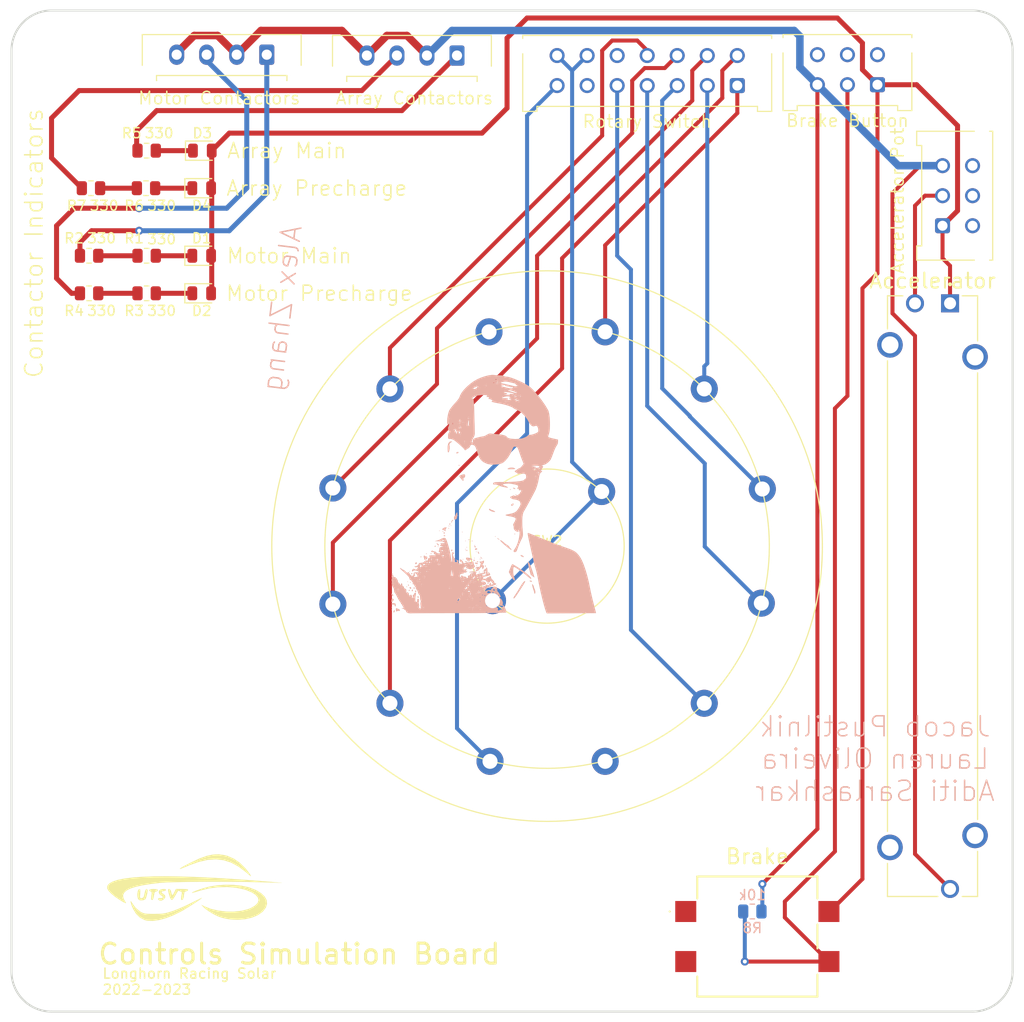
<source format=kicad_pcb>
(kicad_pcb (version 20211014) (generator pcbnew)
  (layers (0 "F.Cu" signal) (31 "B.Cu" signal) (34 "B.Paste" user) (35 "F.Paste" user) (36 "B.SilkS" user "B.Silkscreen") (37 "F.SilkS" user "F.Silkscreen") (38 "B.Mask" user) (39 "F.Mask" user) (44 "Edge.Cuts" user))
  (net 0 "")
  (net 1 "GND")
  (net 6 "/M_D_Mn1")
  (net 7 "/M_D_Pre1")
  (net 8 "/A_D_Mn1")
  (net 9 "/A_D_Pre1")
  (net 10 "+3V3")
  (net 11 "/Acc_Pot_Vo")
  (net 12 "/M_D_Mn2")
  (net 13 "/M_D_Pre2")
  (net 14 "/A_D_Mn2")
  (net 15 "/A_D_Pre2")
  (net 16 "/Rot1")
  (net 17 "/Rot2")
  (net 18 "/Rot3")
  (net 19 "/Rot4")
  (net 20 "/Rot5")
  (net 21 "/Rot7")
  (net 22 "/Rot8")
  (net 23 "/Rot9")
  (net 24 "/Rot10")
  (net 25 "/Rot11")
  (net 26 "/RotV+")
  (net 30 "/M_D_Mn3")
  (net 31 "/Brk_Signal")
  (net 37 "/M_D_Pre3")
  (net 38 "/A_D_Pre3")
  (footprint "Resistor_SMD:R_0805_2012Metric" (layer "F.Cu") (at 113.4375 67.75 180)
    (fp_text reference "R6" (at 1.1875 -1.75) (layer "F.SilkS"))
    (fp_text value "330" (at -1.5625 -1.75) (layer "F.SilkS"))
    (pad "1" smd roundrect (at -0.9125 0 180) (size 1.025 1.4) (layers "F.Cu" "F.Paste" "F.Mask") (roundrect_rratio 0.243902439) (net 9 "/A_D_Pre1"))
    (pad "2" smd roundrect (at 0.9125 0 180) (size 1.025 1.4) (layers "F.Cu" "F.Paste" "F.Mask") (roundrect_rratio 0.243902439) (net 15 "/A_D_Pre2"))
  )
  (footprint "MountingHole:MountingHole_3.2mm_M3" (layer "F.Cu") (at 104 54)
    (fp_text reference "H4")
    (fp_text value "MountingHole")
    (pad "" np_thru_hole circle (at 0 0) (size 3.2 3.2) (drill 3.2) (layers *.Cu *.Mask))
  )
  (footprint "MountingHole:MountingHole_3.2mm_M3" (layer "F.Cu") (at 196 54)
    (fp_text reference "H2")
    (fp_text value "MountingHole")
    (pad "" np_thru_hole circle (at 0 0) (size 3.2 3.2) (drill 3.2) (layers *.Cu *.Mask))
  )
  (footprint "Resistor_SMD:R_0805_2012Metric" (layer "F.Cu") (at 113.5 78.25)
    (fp_text reference "R3" (at -1.25 1.75) (layer "F.SilkS"))
    (fp_text value "330" (at 1.5 1.75) (layer "F.SilkS"))
    (pad "1" smd roundrect (at -0.9125 0) (size 1.025 1.4) (layers "F.Cu" "F.Paste" "F.Mask") (roundrect_rratio 0.243902439) (net 13 "/M_D_Pre2"))
    (pad "2" smd roundrect (at 0.9125 0) (size 1.025 1.4) (layers "F.Cu" "F.Paste" "F.Mask") (roundrect_rratio 0.243902439) (net 7 "/M_D_Pre1"))
  )
  (footprint "LED_SMD:LED_0805_2012Metric" (layer "F.Cu") (at 119 67.75)
    (fp_text reference "D4" (at 0 1.75) (layer "F.SilkS"))
    (fp_text value "Arr_Cntctr_PreChg" hide)
    (pad "1" smd roundrect (at -0.9375 0) (size 0.975 1.4) (layers "F.Cu" "F.Paste" "F.Mask") (net 9 "/A_D_Pre1"))
    (pad "2" smd roundrect (at 0.9375 0) (size 0.975 1.4) (layers "F.Cu" "F.Paste" "F.Mask") (net 10 "+3V3"))
  )
  (footprint "Resistor_SMD:R_0805_2012Metric" (layer "F.Cu") (at 107.75 78.25)
    (fp_text reference "R4" (at -1.5 1.75) (layer "F.SilkS"))
    (fp_text value "330" (at 1.25 1.75) (layer "F.SilkS"))
    (pad "1" smd roundrect (at -0.9125 0) (size 1.025 1.4) (layers "F.Cu" "F.Paste" "F.Mask") (roundrect_rratio 0.243902439) (net 37 "/M_D_Pre3"))
    (pad "2" smd roundrect (at 0.9125 0) (size 1.025 1.4) (layers "F.Cu" "F.Paste" "F.Mask") (roundrect_rratio 0.243902439) (net 13 "/M_D_Pre2"))
  )
  (footprint "Connector_Molex:Molex_Micro-Fit_3.0_43045-1412_2x07_P3.00mm_Vertical" (layer "F.Cu") (at 172.5 57.5 180)
    (fp_text reference "J7")
    (fp_text value "Rotary Switch" (at 9 -3.585) (layer "F.SilkS") (effects (font (size 1.25 1.25))))
    (pad "" np_thru_hole circle (at -3 3.94 180) (size 1 1) (drill 1) (layers *.Cu *.Mask))
    (pad "" np_thru_hole circle (at 21 3.94 180) (size 1 1) (drill 1) (layers *.Cu *.Mask))
    (pad "1" thru_hole roundrect (at 0 0 180) (size 1.5 1.5) (drill 1) (layers *.Cu *.Mask) (roundrect_rratio 0.1666673333) (net 16 "/Rot1"))
    (pad "2" thru_hole circle (at 3 0 180) (size 1.5 1.5) (drill 1) (layers *.Cu *.Mask) (net 17 "/Rot2"))
    (pad "3" thru_hole circle (at 6 0 180) (size 1.5 1.5) (drill 1) (layers *.Cu *.Mask) (net 18 "/Rot3"))
    (pad "4" thru_hole circle (at 9 0 180) (size 1.5 1.5) (drill 1) (layers *.Cu *.Mask) (net 19 "/Rot4"))
    (pad "5" thru_hole circle (at 12 0 180) (size 1.5 1.5) (drill 1) (layers *.Cu *.Mask) (net 20 "/Rot5"))
    (pad "6" thru_hole circle (at 15 0 180) (size 1.5 1.5) (drill 1) (layers *.Cu *.Mask))
    (pad "7" thru_hole circle (at 18 0 180) (size 1.5 1.5) (drill 1) (layers *.Cu *.Mask) (net 21 "/Rot7"))
    (pad "8" thru_hole circle (at 0 3 180) (size 1.5 1.5) (drill 1) (layers *.Cu *.Mask) (net 22 "/Rot8"))
    (pad "9" thru_hole circle (at 3 3 180) (size 1.5 1.5) (drill 1) (layers *.Cu *.Mask) (net 23 "/Rot9"))
    (pad "10" thru_hole circle (at 6 3 180) (size 1.5 1.5) (drill 1) (layers *.Cu *.Mask) (net 24 "/Rot10"))
    (pad "11" thru_hole circle (at 9 3 180) (size 1.5 1.5) (drill 1) (layers *.Cu *.Mask) (net 25 "/Rot11"))
    (pad "12" thru_hole circle (at 12 3 180) (size 1.5 1.5) (drill 1) (layers *.Cu *.Mask))
    (pad "13" thru_hole circle (at 15 3 180) (size 1.5 1.5) (drill 1) (layers *.Cu *.Mask) (net 26 "/RotV+"))
    (pad "14" thru_hole circle (at 18 3 180) (size 1.5 1.5) (drill 1) (layers *.Cu *.Mask) (net 26 "/RotV+"))
  )
  (footprint "Connector_Molex:Molex_Micro-Fit_3.0_43650-0415_1x04_P3.00mm_Vertical" (layer "F.Cu") (at 144.5 54.5 180)
    (fp_text reference "J6")
    (fp_text value "Array Contactors" (at 4.25 -4.25) (layer "F.SilkS") (effects (font (size 1.25 1.25))))
    (pad "" np_thru_hole circle (at 12 -1.96 180) (size 1.27 1.27) (drill 1.27) (layers *.Cu *.Mask))
    (pad "" np_thru_hole circle (at -3 -1.96 180) (size 1.27 1.27) (drill 1.27) (layers *.Cu *.Mask))
    (pad "1" thru_hole roundrect (at 0 0 180) (size 1.5 2.02) (drill 1.02) (layers *.Cu *.Mask) (roundrect_rratio 0.1666673333) (net 14 "/A_D_Mn2"))
    (pad "2" thru_hole oval (at 3 0 180) (size 1.5 2.02) (drill 1.02) (layers *.Cu *.Mask) (net 1 "GND"))
    (pad "3" thru_hole oval (at 6 0 180) (size 1.5 2.02) (drill 1.02) (layers *.Cu *.Mask) (net 38 "/A_D_Pre3"))
    (pad "4" thru_hole oval (at 9 0 180) (size 1.5 2.02) (drill 1.02) (layers *.Cu *.Mask) (net 1 "GND"))
  )
  (footprint "LED_SMD:LED_0805_2012Metric" (layer "F.Cu") (at 119 78.25)
    (fp_text reference "D2" (at 0 1.75) (layer "F.SilkS"))
    (fp_text value "M_Cntctr_PreChg" hide)
    (pad "1" smd roundrect (at -0.9375 0) (size 0.975 1.4) (layers "F.Cu" "F.Paste" "F.Mask") (net 7 "/M_D_Pre1"))
    (pad "2" smd roundrect (at 0.9375 0) (size 0.975 1.4) (layers "F.Cu" "F.Paste" "F.Mask") (net 10 "+3V3"))
  )
  (footprint "Resistor_SMD:R_0805_2012Metric" (layer "F.Cu") (at 107.75 74.5 180)
    (fp_text reference "R2" (at 1.5 1.75) (layer "F.SilkS"))
    (fp_text value "330" (at -1.25 1.75) (layer "F.SilkS"))
    (pad "1" smd roundrect (at -0.9125 0 180) (size 1.025 1.4) (layers "F.Cu" "F.Paste" "F.Mask") (roundrect_rratio 0.243902439) (net 12 "/M_D_Mn2"))
    (pad "2" smd roundrect (at 0.9125 0 180) (size 1.025 1.4) (layers "F.Cu" "F.Paste" "F.Mask") (roundrect_rratio 0.243902439) (net 30 "/M_D_Mn3"))
  )
  (footprint "Footprints:PTA4543" (layer "F.Cu") (at 192 108.5 -90)
    (fp_text reference "RV1")
    (fp_text value "Accelerator" (at -31.5 0 180) (layer "F.SilkS") (effects (font (size 1.5 1.5) (thickness 0.2))))
    (pad "1" thru_hole rect locked (at -29.25 -1.75 270) (size 1.8 1.8) (drill 1.2) (layers *.Cu *.Mask) (net 10 "+3V3"))
    (pad "2" thru_hole circle locked (at -29.25 1.75 270) (size 1.8 1.8) (drill 1.2) (layers *.Cu *.Mask) (net 11 "/Acc_Pot_Vo"))
    (pad "3" thru_hole circle locked (at 29.25 -1.75 270) (size 1.8 1.8) (drill 1.2) (layers *.Cu *.Mask) (net 1 "GND"))
    (pad "S1" thru_hole circle locked (at -23.9 -4.25 270) (size 2.55 2.55) (drill 1.7) (layers *.Cu *.Mask))
    (pad "S2" thru_hole circle locked (at -25.1 4.25 270) (size 2.55 2.55) (drill 1.7) (layers *.Cu *.Mask))
    (pad "S3" thru_hole circle locked (at 23.9 -4.25 270) (size 2.55 2.55) (drill 1.7) (layers *.Cu *.Mask))
    (pad "S4" thru_hole circle locked (at 25.1 4.25 270) (size 2.55 2.55) (drill 1.7) (layers *.Cu *.Mask))
  )
  (footprint "LED_SMD:LED_0805_2012Metric" (layer "F.Cu") (at 119.0625 64)
    (fp_text reference "D3" (at 0 -1.75) (layer "F.SilkS"))
    (fp_text value "Arr_Cntctr_Main" hide)
    (pad "1" smd roundrect (at -0.9375 0) (size 0.975 1.4) (layers "F.Cu" "F.Paste" "F.Mask") (net 8 "/A_D_Mn1"))
    (pad "2" smd roundrect (at 0.9375 0) (size 0.975 1.4) (layers "F.Cu" "F.Paste" "F.Mask") (net 10 "+3V3"))
  )
  (footprint "LED_SMD:LED_0805_2012Metric" (layer "F.Cu") (at 119 74.5)
    (fp_text reference "D1" (at 0 -1.75) (layer "F.SilkS"))
    (fp_text value "M_Cntctr_Main" hide)
    (pad "1" smd roundrect (at -0.9375 0) (size 0.975 1.4) (layers "F.Cu" "F.Paste" "F.Mask") (net 6 "/M_D_Mn1"))
    (pad "2" smd roundrect (at 0.9375 0) (size 0.975 1.4) (layers "F.Cu" "F.Paste" "F.Mask") (net 10 "+3V3"))
  )
  (footprint "Resistor_SMD:R_0805_2012Metric" (layer "F.Cu") (at 107.9375 67.75 180)
    (fp_text reference "R7" (at 1.4375 -1.75) (layer "F.SilkS"))
    (fp_text value "330" (at -1.3125 -1.75) (layer "F.SilkS"))
    (pad "1" smd roundrect (at -0.9125 0 180) (size 1.025 1.4) (layers "F.Cu" "F.Paste" "F.Mask") (roundrect_rratio 0.243902439) (net 15 "/A_D_Pre2"))
    (pad "2" smd roundrect (at 0.9125 0 180) (size 1.025 1.4) (layers "F.Cu" "F.Paste" "F.Mask") (roundrect_rratio 0.243902439) (net 38 "/A_D_Pre3"))
  )
  (footprint "MountingHole:MountingHole_3.2mm_M3" (layer "F.Cu") (at 196 146)
    (fp_text reference "H3")
    (fp_text value "MountingHole")
    (pad "" np_thru_hole circle (at 0 0) (size 3.2 3.2) (drill 3.2) (layers *.Cu *.Mask))
  )
  (footprint "Footprints:TS16121295BK260SMTTR" (layer "F.Cu") (at 174.5 142.5)
    (fp_text reference "S1" hide)
    (fp_text value "Brake" (at 0 -8) (layer "F.SilkS") (effects (font (size 1.5 1.5) (thickness 0.2))))
    (pad "1" smd rect locked (at -7.15 -2.5 90) (size 2.1 2.1) (layers "F.Cu" "F.Paste" "F.Mask"))
    (pad "2" smd rect locked (at 7.15 -2.5 90) (size 2.1 2.1) (layers "F.Cu" "F.Paste" "F.Mask") (net 10 "+3V3"))
    (pad "3" smd rect locked (at -7.15 2.5 90) (size 2.1 2.1) (layers "F.Cu" "F.Paste" "F.Mask"))
    (pad "4" smd rect locked (at 7.15 2.5 90) (size 2.1 2.1) (layers "F.Cu" "F.Paste" "F.Mask") (net 31 "/Brk_Signal"))
  )
  (footprint "Connector_Molex:Molex_Micro-Fit_3.0_43045-0612_2x03_P3.00mm_Vertical" (layer "F.Cu") (at 186.5 57.415 180)
    (fp_text reference "J3")
    (fp_text value "Brake Button" (at 3 -3.585) (layer "F.SilkS") (effects (font (size 1.25 1.25))))
    (pad "" np_thru_hole circle (at 9 3.94 180) (size 1 1) (drill 1) (layers *.Cu *.Mask))
    (pad "" np_thru_hole circle (at -3 3.94 180) (size 1 1) (drill 1) (layers *.Cu *.Mask))
    (pad "1" thru_hole roundrect (at 0 0 180) (size 1.5 1.5) (drill 1) (layers *.Cu *.Mask) (roundrect_rratio 0.1666673333) (net 10 "+3V3"))
    (pad "2" thru_hole circle (at 3 0 180) (size 1.5 1.5) (drill 1) (layers *.Cu *.Mask) (net 31 "/Brk_Signal"))
    (pad "3" thru_hole circle (at 6 0 180) (size 1.5 1.5) (drill 1) (layers *.Cu *.Mask) (net 1 "GND"))
    (pad "4" thru_hole circle (at 0 3 180) (size 1.5 1.5) (drill 1) (layers *.Cu *.Mask))
    (pad "5" thru_hole circle (at 3 3 180) (size 1.5 1.5) (drill 1) (layers *.Cu *.Mask))
    (pad "6" thru_hole circle (at 6 3 180) (size 1.5 1.5) (drill 1) (layers *.Cu *.Mask))
  )
  (footprint "Footprints:CK1035" (layer "F.Cu") (at 153.5 103.5 180)
    (fp_text reference "SW2" (at 0 0.5) (layer "F.SilkS"))
    (fp_text value "SW_Rotary2x6")
    (pad "1" thru_hole circle (at -5.8 21.4 180) (size 2.7 2.7) (drill 1.5) (layers *.Cu *.Mask) (net 16 "/Rot1"))
    (pad "2" thru_hole circle (at -15.7 15.7 180) (size 2.7 2.7) (drill 1.5) (layers *.Cu *.Mask) (net 17 "/Rot2"))
    (pad "3" thru_hole circle (at -21.5 5.7 180) (size 2.7 2.7) (drill 1.5) (layers *.Cu *.Mask) (net 18 "/Rot3"))
    (pad "4" thru_hole circle (at -21.4 -5.7 180) (size 2.7 2.7) (drill 1.5) (layers *.Cu *.Mask) (net 19 "/Rot4"))
    (pad "5" thru_hole circle (at -15.7 -15.7 180) (size 2.7 2.7) (drill 1.5) (layers *.Cu *.Mask) (net 20 "/Rot5"))
    (pad "6" thru_hole circle (at -5.8 -21.5 180) (size 2.7 2.7) (drill 1.5) (layers *.Cu *.Mask))
    (pad "7" thru_hole circle (at 5.7 -21.5 180) (size 2.7 2.7) (drill 1.5) (layers *.Cu *.Mask) (net 21 "/Rot7"))
    (pad "8" thru_hole circle (at 15.7 -15.7 180) (size 2.7 2.7) (drill 1.5) (layers *.Cu *.Mask) (net 22 "/Rot8"))
    (pad "9" thru_hole circle (at 21.4 -5.8 180) (size 2.7 2.7) (drill 1.5) (layers *.Cu *.Mask) (net 23 "/Rot9"))
    (pad "10" thru_hole circle (at 21.4 5.8 180) (size 2.7 2.7) (drill 1.5) (layers *.Cu *.Mask) (net 24 "/Rot10"))
    (pad "11" thru_hole circle (at 15.7 15.7 180) (size 2.7 2.7) (drill 1.5) (layers *.Cu *.Mask) (net 25 "/Rot11"))
    (pad "12" thru_hole circle (at 5.8 21.4 180) (size 2.7 2.7) (drill 1.5) (layers *.Cu *.Mask))
    (pad "13" thru_hole circle (at -5.45 5.45 180) (size 2.7 2.7) (drill 1.5) (layers *.Cu *.Mask) (net 26 "/RotV+"))
    (pad "14" thru_hole circle (at 5.45 -5.45 180) (size 2.7 2.7) (drill 1.5) (layers *.Cu *.Mask) (net 26 "/RotV+"))
  )
  (footprint "MountingHole:MountingHole_3.2mm_M3" (layer "F.Cu") (at 104 146)
    (fp_text reference "H1")
    (fp_text value "MountingHole")
    (pad "" np_thru_hole circle (at 0 0) (size 3.2 3.2) (drill 3.2) (layers *.Cu *.Mask))
  )
  (footprint "Connector_Molex:Molex_Micro-Fit_3.0_43045-0612_2x03_P3.00mm_Vertical" (layer "F.Cu") (at 193 71.5 90)
    (fp_text reference "J2")
    (fp_text value "Accelerator Pot" (at 2.5 -4.5 90) (layer "F.SilkS") (effects (font (size 1.25 1.25))))
    (pad "" np_thru_hole circle (at 9 3.94 90) (size 1 1) (drill 1) (layers *.Cu *.Mask))
    (pad "" np_thru_hole circle (at -3 3.94 90) (size 1 1) (drill 1) (layers *.Cu *.Mask))
    (pad "1" thru_hole roundrect (at 0 0 90) (size 1.5 1.5) (drill 1) (layers *.Cu *.Mask) (roundrect_rratio 0.1666673333) (net 10 "+3V3"))
    (pad "2" thru_hole circle (at 3 0 90) (size 1.5 1.5) (drill 1) (layers *.Cu *.Mask) (net 11 "/Acc_Pot_Vo"))
    (pad "3" thru_hole circle (at 6 0 90) (size 1.5 1.5) (drill 1) (layers *.Cu *.Mask) (net 1 "GND"))
    (pad "4" thru_hole circle (at 0 3 90) (size 1.5 1.5) (drill 1) (layers *.Cu *.Mask))
    (pad "5" thru_hole circle (at 3 3 90) (size 1.5 1.5) (drill 1) (layers *.Cu *.Mask))
    (pad "6" thru_hole circle (at 6 3 90) (size 1.5 1.5) (drill 1) (layers *.Cu *.Mask))
  )
  (footprint "UTSVT_Special:UTSVT_Logo_Symbol" (layer "F.Cu") (at 118 137.75)
    (fp_text reference "LOGO2" hide)
    (fp_text value "UTSVT Logo" hide)
  )
  (footprint "Resistor_SMD:R_0805_2012Metric" (layer "F.Cu") (at 113.5 74.5 180)
    (fp_text reference "R1" (at 1.25 1.75) (layer "F.SilkS"))
    (fp_text value "330" (at -1.5 1.65) (layer "F.SilkS"))
    (pad "1" smd roundrect (at -0.9125 0 180) (size 1.025 1.4) (layers "F.Cu" "F.Paste" "F.Mask") (roundrect_rratio 0.243902439) (net 6 "/M_D_Mn1"))
    (pad "2" smd roundrect (at 0.9125 0 180) (size 1.025 1.4) (layers "F.Cu" "F.Paste" "F.Mask") (roundrect_rratio 0.243902439) (net 12 "/M_D_Mn2"))
  )
  (footprint "Connector_Molex:Molex_Micro-Fit_3.0_43650-0415_1x04_P3.00mm_Vertical" (layer "F.Cu") (at 125.5 54.415 180)
    (fp_text reference "J5")
    (fp_text value "Motor Contactors" (at 4.75 -4.335) (layer "F.SilkS") (effects (font (size 1.25 1.25))))
    (pad "" np_thru_hole circle (at 12 -1.96 180) (size 1.27 1.27) (drill 1.27) (layers *.Cu *.Mask))
    (pad "" np_thru_hole circle (at -3 -1.96 180) (size 1.27 1.27) (drill 1.27) (layers *.Cu *.Mask))
    (pad "1" thru_hole roundrect (at 0 0 180) (size 1.5 2.02) (drill 1.02) (layers *.Cu *.Mask) (roundrect_rratio 0.1666673333) (net 30 "/M_D_Mn3"))
    (pad "2" thru_hole oval (at 3 0 180) (size 1.5 2.02) (drill 1.02) (layers *.Cu *.Mask) (net 1 "GND"))
    (pad "3" thru_hole oval (at 6 0 180) (size 1.5 2.02) (drill 1.02) (layers *.Cu *.Mask) (net 37 "/M_D_Pre3"))
    (pad "4" thru_hole oval (at 9 0 180) (size 1.5 2.02) (drill 1.02) (layers *.Cu *.Mask) (net 1 "GND"))
  )
  (footprint "Resistor_SMD:R_0805_2012Metric" (layer "F.Cu") (at 113.5 64 180)
    (fp_text reference "R5" (at 1.5 1.75) (layer "F.SilkS"))
    (fp_text value "330" (at -1.25 1.75) (layer "F.SilkS"))
    (pad "1" smd roundrect (at -0.9125 0 180) (size 1.025 1.4) (layers "F.Cu" "F.Paste" "F.Mask") (roundrect_rratio 0.243902439) (net 8 "/A_D_Mn1"))
    (pad "2" smd roundrect (at 0.9125 0 180) (size 1.025 1.4) (layers "F.Cu" "F.Paste" "F.Mask") (roundrect_rratio 0.243902439) (net 14 "/A_D_Mn2"))
  )
  (footprint "Resistor_SMD:R_0805_2012Metric" (layer "B.Cu") (at 174 140)
    (fp_text reference "R8" (at 0 1.65) (layer "B.SilkS") (effects (justify mirror)))
    (fp_text value "10k" (at 0 -1.65) (layer "B.SilkS") (effects (justify mirror)))
    (pad "1" smd roundrect (at -0.9125 0) (size 1.025 1.4) (layers "B.Cu" "B.Paste" "B.Mask") (roundrect_rratio 0.243902439) (net 31 "/Brk_Signal"))
    (pad "2" smd roundrect (at 0.9125 0) (size 1.025 1.4) (layers "B.Cu" "B.Paste" "B.Mask") (roundrect_rratio 0.243902439) (net 1 "GND"))
  )
  (footprint "UTSVT_Special:Hallock_Image_Small" (layer "B.Cu") (at 149 98 180)
    (fp_text reference "LOGO1" hide)
    (fp_text value "Hallock" hide)
  )
  (gr_line (start 100 54) (end 100 146) (layer "Edge.Cuts") (width 0.2))
  (gr_line (start 104 150) (end 196 150) (layer "Edge.Cuts") (width 0.2))
  (gr_arc (start 196 50) (mid 198.828427 51.171573) (end 200 54) (layer "Edge.Cuts") (width 0.2))
  (gr_line (start 200 146) (end 200 54) (layer "Edge.Cuts") (width 0.2))
  (gr_arc (start 100 54) (mid 101.171573 51.171573) (end 104 50) (layer "Edge.Cuts") (width 0.2))
  (gr_arc (start 104 150) (mid 101.171573 148.828427) (end 100 146) (layer "Edge.Cuts") (width 0.2))
  (gr_arc (start 200 146) (mid 198.828427 148.828427) (end 196 150) (layer "Edge.Cuts") (width 0.2))
  (gr_line (start 196 50) (end 104 50) (layer "Edge.Cuts") (width 0.2))
  (gr_text "Alex Zhang" (at 127 79.75 83) (layer "B.SilkS") (effects (font (size 2 2)) (justify mirror)))
  (gr_text "Jacob Pustilnik\nLauren Oliveira\nAditi Sarlashkar" (at 186.25 124.75) (layer "B.SilkS") (effects (font (size 2 2)) (justify mirror)))
  (gr_text "Array Precharge" (at 130.5 67.75) (layer "F.SilkS") (effects (font (size 1.5 1.5))))
  (gr_text "Contactor Indicators" (at 102.25 73.25 90) (layer "F.SilkS") (effects (font (size 1.75 1.75))))
  (gr_text "Motor Precharge" (at 130.75 78.25) (layer "F.SilkS") (effects (font (size 1.5 1.5))))
  (gr_text "Motor Main" (at 127.75 74.5) (layer "F.SilkS") (effects (font (size 1.5 1.5))))
  (gr_text "Controls Simulation Board" (at 128.75 144.25) (layer "F.SilkS") (effects (font (size 2 2) (thickness 0.3))))
  (gr_text "Array Main" (at 127.5 64) (layer "F.SilkS") (effects (font (size 1.5 1.5))))
  (gr_text "Longhorn Racing Solar\n2022-2023" (at 109 147) (layer "F.SilkS") (effects (font (size 1 1)) (justify left)))
  (segment (start 188 80.25) (end 188 68.25) (width 0.4) (layer "F.Cu") (net 1))
  (segment (start 116.5 54.415) (end 116.5 54.25) (width 0.75) (layer "F.Cu") (net 1))
  (segment (start 141.5 54.5) (end 139.5 52.5) (width 0.75) (layer "F.Cu") (net 1))
  (segment (start 116.5 54.25) (end 118.25 52.5) (width 0.75) (layer "F.Cu") (net 1))
  (segment (start 118.25 52.5) (end 120.585 52.5) (width 0.75) (layer "F.Cu") (net 1))
  (segment (start 193.75 137.75) (end 190.25 134.25) (width 0.4) (layer "F.Cu") (net 1))
  (segment (start 139.5 52.5) (end 137.5 52.5) (width 0.75) (layer "F.Cu") (net 1))
  (segment (start 190.25 82.5) (end 188 80.25) (width 0.4) (layer "F.Cu") (net 1))
  (segment (start 133 52) (end 124.915 52) (width 0.75) (layer "F.Cu") (net 1))
  (segment (start 135.5 54.5) (end 133 52) (width 0.75) (layer "F.Cu") (net 1))
  (segment (start 180.5 57.415) (end 180.5 131.75) (width 0.4) (layer "F.Cu") (net 1))
  (segment (start 180.5 131.75) (end 175 137.25) (width 0.4) (layer "F.Cu") (net 1))
  (segment (start 190.75 65.5) (end 193 65.5) (width 0.4) (layer "F.Cu") (net 1))
  (segment (start 188 68.25) (end 190.75 65.5) (width 0.4) (layer "F.Cu") (net 1))
  (segment (start 137.5 52.5) (end 135.5 54.5) (width 0.75) (layer "F.Cu") (net 1))
  (segment (start 120.585 52.5) (end 122.5 54.415) (width 0.75) (layer "F.Cu") (net 1))
  (segment (start 190.25 134.25) (end 190.25 82.5) (width 0.4) (layer "F.Cu") (net 1))
  (segment (start 124.915 52) (end 122.5 54.415) (width 0.75) (layer "F.Cu") (net 1))
  (via (at 175 137.25) (size 0.8) (drill 0.4) (layers "F.Cu" "B.Cu") (net 1))
  (segment (start 175 137.25) (end 175 139.9125) (width 0.4) (layer "B.Cu") (net 1))
  (segment (start 178.18112 52) (end 144 52) (width 0.75) (layer "B.Cu") (net 1))
  (segment (start 180.5 57.415) (end 178.75 55.665) (width 0.75) (layer "B.Cu") (net 1))
  (segment (start 178.75 55.665) (end 178.75 52.56888) (width 0.75) (layer "B.Cu") (net 1))
  (segment (start 188.585 65.5) (end 193 65.5) (width 0.75) (layer "B.Cu") (net 1))
  (segment (start 175 139.9125) (end 174.9125 140) (width 0.4) (layer "B.Cu") (net 1))
  (segment (start 144 52) (end 141.5 54.5) (width 0.75) (layer "B.Cu") (net 1))
  (segment (start 180.5 57.415) (end 188.585 65.5) (width 0.75) (layer "B.Cu") (net 1))
  (segment (start 178.75 52.56888) (end 178.18112 52) (width 0.75) (layer "B.Cu") (net 1))
  (segment (start 118.0625 74.5) (end 114.4125 74.5) (width 0.5) (layer "F.Cu") (net 6))
  (segment (start 118.0625 78.25) (end 114.4125 78.25) (width 0.5) (layer "F.Cu") (net 7))
  (segment (start 118.125 64) (end 114.4125 64) (width 0.5) (layer "F.Cu") (net 8))
  (segment (start 118.0625 67.75) (end 114.35 67.75) (width 0.5) (layer "F.Cu") (net 9))
  (segment (start 193 74.75) (end 193.75 75.5) (width 0.4) (layer "F.Cu") (net 10))
  (segment (start 186.5 57.415) (end 186.5 76.25) (width 0.4) (layer "F.Cu") (net 10))
  (segment (start 182.5 50.75) (end 151.5 50.75) (width 0.5) (layer "F.Cu") (net 10))
  (segment (start 194.5 70) (end 194.5 61.5) (width 0.5) (layer "F.Cu") (net 10))
  (segment (start 193.75 75.5) (end 193.75 79.25) (width 0.4) (layer "F.Cu") (net 10))
  (segment (start 190.415 57.415) (end 186.5 57.415) (width 0.5) (layer "F.Cu") (net 10))
  (segment (start 181.75 140) (end 181.65 140) (width 0.4) (layer "F.Cu") (net 10))
  (segment (start 193 71.5) (end 194.5 70) (width 0.5) (layer "F.Cu") (net 10))
  (segment (start 120 78.1875) (end 119.9375 78.25) (width 0.5) (layer "F.Cu") (net 10))
  (segment (start 186.5 76.25) (end 185 77.75) (width 0.4) (layer "F.Cu") (net 10))
  (segment (start 193 71.5) (end 193 74.75) (width 0.4) (layer "F.Cu") (net 10))
  (segment (start 121.75 62.25) (end 120 64) (width 0.5) (layer "F.Cu") (net 10))
  (segment (start 185 55.915) (end 185 53.25) (width 0.5) (layer "F.Cu") (net 10))
  (segment (start 185 77.75) (end 185 136.75) (width 0.4) (layer "F.Cu") (net 10))
  (segment (start 120 64) (end 120 78.1875) (width 0.5) (layer "F.Cu") (net 10))
  (segment (start 194.5 61.5) (end 190.415 57.415) (width 0.5) (layer "F.Cu") (net 10))
  (segment (start 186.5 57.415) (end 185 55.915) (width 0.5) (layer "F.Cu") (net 10))
  (segment (start 151.5 50.75) (end 149.5 52.75) (width 0.5) (layer "F.Cu") (net 10))
  (segment (start 185 136.75) (end 181.75 140) (width 0.4) (layer "F.Cu") (net 10))
  (segment (start 149.5 52.75) (end 149.5 59.75) (width 0.5) (layer "F.Cu") (net 10))
  (segment (start 149.5 59.75) (end 147 62.25) (width 0.5) (layer "F.Cu") (net 10))
  (segment (start 185 53.25) (end 182.5 50.75) (width 0.5) (layer "F.Cu") (net 10))
  (segment (start 147 62.25) (end 121.75 62.25) (width 0.5) (layer "F.Cu") (net 10))
  (segment (start 191.25 68.5) (end 190.25 69.5) (width 0.4) (layer "F.Cu") (net 11))
  (segment (start 193 68.5) (end 191.25 68.5) (width 0.4) (layer "F.Cu") (net 11))
  (segment (start 190.25 69.5) (end 190.25 79.25) (width 0.4) (layer "F.Cu") (net 11))
  (segment (start 112.5875 74.5) (end 108.6625 74.5) (width 0.5) (layer "F.Cu") (net 12))
  (segment (start 112.5875 78.25) (end 108.6625 78.25) (width 0.5) (layer "F.Cu") (net 13))
  (segment (start 139 60) (end 144.5 54.5) (width 0.5) (layer "F.Cu") (net 14))
  (segment (start 112.5 63.8375) (end 112.5 62) (width 0.5) (layer "F.Cu") (net 14))
  (segment (start 114.5 60) (end 139 60) (width 0.5) (layer "F.Cu") (net 14))
  (segment (start 112.3375 64) (end 112.5 63.8375) (width 0.5) (layer "F.Cu") (net 14))
  (segment (start 112.5 62) (end 114.5 60) (width 0.5) (layer "F.Cu") (net 14))
  (segment (start 112.525 67.75) (end 108.85 67.75) (width 0.5) (layer "F.Cu") (net 15))
  (segment (start 159.3 73.45) (end 172.5 60.25) (width 0.4) (layer "F.Cu") (net 16))
  (segment (start 172.5 60.25) (end 172.5 57.5) (width 0.4) (layer "F.Cu") (net 16))
  (segment (start 159.3 82.1) (end 159.3 73.45) (width 0.4) (layer "F.Cu") (net 16))
  (segment (start 169.5 85.25) (end 169.5 57.5) (width 0.4) (layer "B.Cu") (net 17))
  (segment (start 169.2 85.55) (end 169.5 85.25) (width 0.4) (layer "B.Cu") (net 17))
  (segment (start 169.2 87.8) (end 169.2 85.55) (width 0.4) (layer "B.Cu") (net 17))
  (segment (start 167.75 90.55) (end 167.75 90.5) (width 0.4) (layer "B.Cu") (net 18))
  (segment (start 165 59) (end 166.5 57.5) (width 0.4) (layer "B.Cu") (net 18))
  (segment (start 167.75 90.5) (end 165 87.75) (width 0.4) (layer "B.Cu") (net 18))
  (segment (start 165 87.75) (end 165 59) (width 0.4) (layer "B.Cu") (net 18))
  (segment (start 175 97.8) (end 167.75 90.55) (width 0.4) (layer "B.Cu") (net 18))
  (segment (start 174.9 109.2) (end 169.25 103.55) (width 0.4) (layer "B.Cu") (net 19))
  (segment (start 169.25 103.55) (end 169.25 95.25) (width 0.4) (layer "B.Cu") (net 19))
  (segment (start 163.5 89.5) (end 163.5 57.5) (width 0.4) (layer "B.Cu") (net 19))
  (segment (start 169.25 95.25) (end 163.5 89.5) (width 0.4) (layer "B.Cu") (net 19))
  (segment (start 160.5 74.5) (end 161.875 75.875) (width 0.4) (layer "B.Cu") (net 20))
  (segment (start 161.875 75.875) (end 161.875 111.875) (width 0.4) (layer "B.Cu") (net 20))
  (segment (start 160.5 57.5) (end 160.5 74.5) (width 0.4) (layer "B.Cu") (net 20))
  (segment (start 161.875 111.875) (end 169.2 119.2) (width 0.4) (layer "B.Cu") (net 20))
  (segment (start 151.5 92.25) (end 151.5 60.5) (width 0.4) (layer "B.Cu") (net 21))
  (segment (start 144.5 121.7) (end 144.5 99.25) (width 0.4) (layer "B.Cu") (net 21))
  (segment (start 147.8 125) (end 144.5 121.7) (width 0.4) (layer "B.Cu") (net 21))
  (segment (start 151.5 60.5) (end 154.5 57.5) (width 0.4) (layer "B.Cu") (net 21))
  (segment (start 144.5 99.25) (end 151.5 92.25) (width 0.4) (layer "B.Cu") (net 21))
  (segment (start 171 58.75) (end 171 56) (width 0.4) (layer "F.Cu") (net 22))
  (segment (start 137.8 102.95) (end 155 85.75) (width 0.4) (layer "F.Cu") (net 22))
  (segment (start 171 56) (end 172.5 54.5) (width 0.4) (layer "F.Cu") (net 22))
  (segment (start 155 85.75) (end 155 74.75) (width 0.4) (layer "F.Cu") (net 22))
  (segment (start 137.8 119.2) (end 137.8 102.95) (width 0.4) (layer "F.Cu") (net 22))
  (segment (start 155 74.75) (end 171 58.75) (width 0.4) (layer "F.Cu") (net 22))
  (segment (start 168 56) (end 169.5 54.5) (width 0.4) (layer "F.Cu") (net 23))
  (segment (start 168 59) (end 168 56) (width 0.4) (layer "F.Cu") (net 23))
  (segment (start 152.5 82.75) (end 152.5 74.5) (width 0.4) (layer "F.Cu") (net 23))
  (segment (start 132.1 103.15) (end 152.5 82.75) (width 0.4) (layer "F.Cu") (net 23))
  (segment (start 132.1 109.3) (end 132.1 103.15) (width 0.4) (layer "F.Cu") (net 23))
  (segment (start 152.5 74.5) (end 168 59) (width 0.4) (layer "F.Cu") (net 23))
  (segment (start 142.5 87.3) (end 142.5 81.75) (width 0.4) (layer "F.Cu") (net 24))
  (segment (start 165.25 55.75) (end 166.5 54.5) (width 0.4) (layer "F.Cu") (net 24))
  (segment (start 163.25 55.75) (end 165.25 55.75) (width 0.4) (layer "F.Cu") (net 24))
  (segment (start 162 57) (end 163.25 55.75) (width 0.4) (layer "F.Cu") (net 24))
  (segment (start 142.5 81.75) (end 162 62.25) (width 0.4) (layer "F.Cu") (net 24))
  (segment (start 132.1 97.7) (end 142.5 87.3) (width 0.4) (layer "F.Cu") (net 24))
  (segment (start 162 62.25) (end 162 57) (width 0.4) (layer "F.Cu") (net 24))
  (segment (start 160 53) (end 162.5 53) (width 0.4) (layer "F.Cu") (net 25))
  (segment (start 162.5 53) (end 163.5 54) (width 0.4) (layer "F.Cu") (net 25))
  (segment (start 163.5 54) (end 163.5 54.5) (width 0.4) (layer "F.Cu") (net 25))
  (segment (start 137.8 83.7) (end 159 62.5) (width 0.4) (layer "F.Cu") (net 25))
  (segment (start 137.8 87.8) (end 137.8 83.7) (width 0.4) (layer "F.Cu") (net 25))
  (segment (start 159 54) (end 160 53) (width 0.4) (layer "F.Cu") (net 25))
  (segment (start 159 62.5) (end 159 54) (width 0.4) (layer "F.Cu") (net 25))
  (segment (start 148.05 108.95) (end 158.95 98.05) (width 0.4) (layer "B.Cu") (net 26))
  (segment (start 158.95 98.05) (end 156 95.1) (width 0.4) (layer "B.Cu") (net 26))
  (segment (start 156 56) (end 157.5 54.5) (width 0.4) (layer "B.Cu") (net 26))
  (segment (start 154.5 54.5) (end 156 56) (width 0.4) (layer "B.Cu") (net 26))
  (segment (start 156 95.1) (end 156 56) (width 0.4) (layer "B.Cu") (net 26))
  (segment (start 106.8375 73.1625) (end 108 72) (width 0.5) (layer "F.Cu") (net 30))
  (segment (start 106.8375 74.5) (end 106.8375 73.1625) (width 0.5) (layer "F.Cu") (net 30))
  (segment (start 108 72) (end 112.75 72) (width 0.5) (layer "F.Cu") (net 30))
  (via (at 112.75 72) (size 0.8) (drill 0.4) (layers "F.Cu" "B.Cu") (net 30))
  (segment (start 112.75 72) (end 121.75 72) (width 0.5) (layer "B.Cu") (net 30))
  (segment (start 125.5 68.25) (end 125.5 54.415) (width 0.5) (layer "B.Cu") (net 30))
  (segment (start 121.75 72) (end 125.5 68.25) (width 0.5) (layer "B.Cu") (net 30))
  (segment (start 181.65 145) (end 173.25 145) (width 0.4) (layer "F.Cu") (net 31))
  (segment (start 177.25 139) (end 177.25 140.6) (width 0.4) (layer "F.Cu") (net 31))
  (segment (start 183.5 88.5) (end 182.25 89.75) (width 0.4) (layer "F.Cu") (net 31))
  (segment (start 182.25 134) (end 177.25 139) (width 0.4) (layer "F.Cu") (net 31))
  (segment (start 183.5 57.415) (end 183.5 88.5) (width 0.4) (layer "F.Cu") (net 31))
  (segment (start 177.25 140.6) (end 181.65 145) (width 0.4) (layer "F.Cu") (net 31))
  (segment (start 182.25 89.75) (end 182.25 134) (width 0.4) (layer "F.Cu") (net 31))
  (via (at 173.25 145) (size 0.8) (drill 0.4) (layers "F.Cu" "B.Cu") (net 31))
  (segment (start 173.25 145) (end 173.25 140.1625) (width 0.4) (layer "B.Cu") (net 31))
  (segment (start 173.25 140.1625) (end 173.0875 140) (width 0.4) (layer "B.Cu") (net 31))
  (segment (start 104.5 76.75) (end 104.5 71.5) (width 0.5) (layer "F.Cu") (net 37))
  (segment (start 106.25 69.75) (end 112.75 69.75) (width 0.5) (layer "F.Cu") (net 37))
  (segment (start 106.8375 78.25) (end 106 78.25) (width 0.5) (layer "F.Cu") (net 37))
  (segment (start 106 78.25) (end 104.5 76.75) (width 0.5) (layer "F.Cu") (net 37))
  (segment (start 104.5 71.5) (end 106.25 69.75) (width 0.5) (layer "F.Cu") (net 37))
  (via (at 112.75 69.75) (size 0.8) (drill 0.4) (layers "F.Cu" "B.Cu") (net 37))
  (segment (start 121.5 69.75) (end 123.5 67.75) (width 0.5) (layer "B.Cu") (net 37))
  (segment (start 112.75 69.75) (end 121.5 69.75) (width 0.5) (layer "B.Cu") (net 37))
  (segment (start 123.5 59) (end 119.5 55) (width 0.5) (layer "B.Cu") (net 37))
  (segment (start 123.5 67.75) (end 123.5 59) (width 0.5) (layer "B.Cu") (net 37))
  (segment (start 119.5 55) (end 119.5 54.415) (width 0.5) (layer "B.Cu") (net 37))
  (segment (start 104 60.75) (end 104 64.725) (width 0.5) (layer "F.Cu") (net 38))
  (segment (start 138.5 54.5) (end 135 58) (width 0.5) (layer "F.Cu") (net 38))
  (segment (start 106.75 58) (end 104 60.75) (width 0.5) (layer "F.Cu") (net 38))
  (segment (start 135 58) (end 106.75 58) (width 0.5) (layer "F.Cu") (net 38))
  (segment (start 104 64.725) (end 107.025 67.75) (width 0.5) (layer "F.Cu") (net 38))
)
</source>
